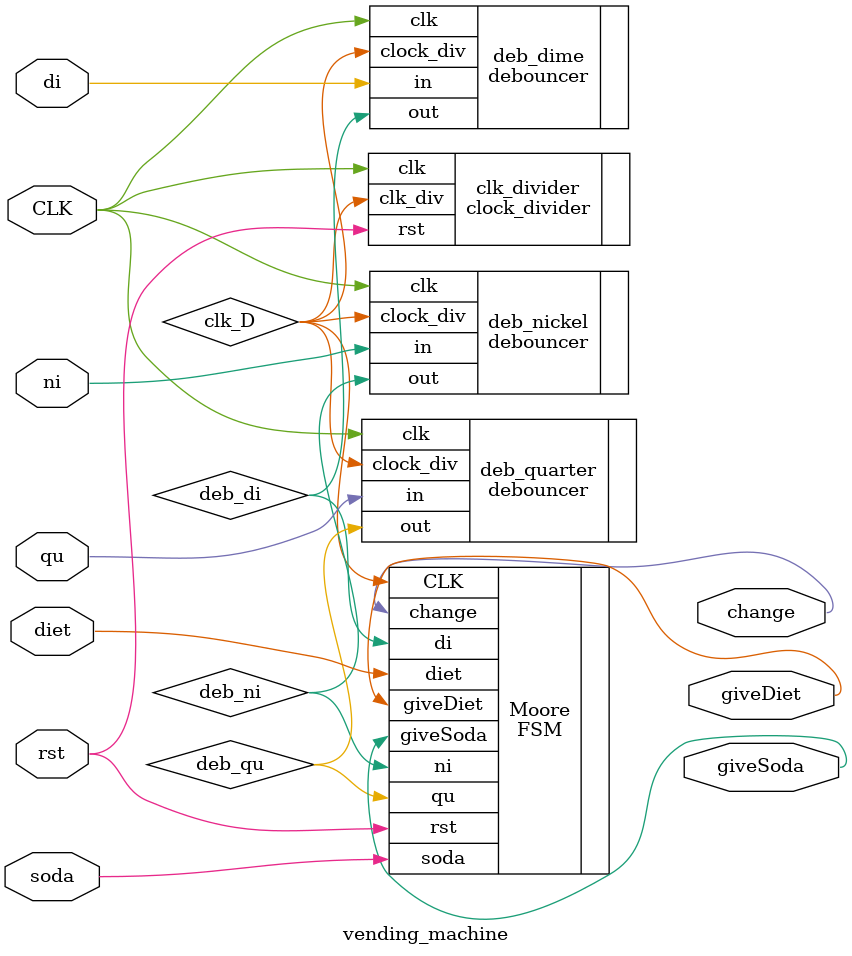
<source format=v>
`timescale 1ns / 1ps
module vending_machine(ni, di, qu, soda, diet, change, CLK, rst, giveSoda, giveDiet);

	input CLK, qu, di, ni, rst, soda, diet;
	output giveSoda, giveDiet;
	output change;

	wire clk_D, deb_qu, deb_ni, deb_di, deb_soda, deb_diet;

	clock_divider clk_divider(
			.clk(CLK),
			.rst(rst),
			.clk_div(clk_D)
	);
	
	debouncer deb_quarter(
			.clk(CLK),
			.clock_div(clk_D),
			.in(qu),
			.out(deb_qu)
	);
	
	debouncer deb_nickel(
			.clk(CLK),
			.clock_div(clk_D),
			.in(ni),
			.out(deb_ni)
	);
	
	debouncer deb_dime(
			.clk(CLK),
			.clock_div(clk_D),
			.in(di),
			.out(deb_di)
	);
	
	/*debouncer deb_s(
			.clk(CLK),
			.clock_div(clk_D),
			.in(soda),
			.out(deb_soda)
	);
	
	debouncer deb_d(
			.clk(CLK),
			.clock_div(clk_D),
			.in(diet),
			.out(deb_diet)
	);*/

	FSM Moore(
			.ni(deb_ni), 
			.di(deb_di), 
			.qu(deb_qu),
			.rst(rst),
			.giveSoda(giveSoda), 
			.giveDiet(giveDiet), 
			.change(change), 
			.CLK(clk_D),
			.soda(soda),
			.diet(diet)
	);
	
endmodule

</source>
